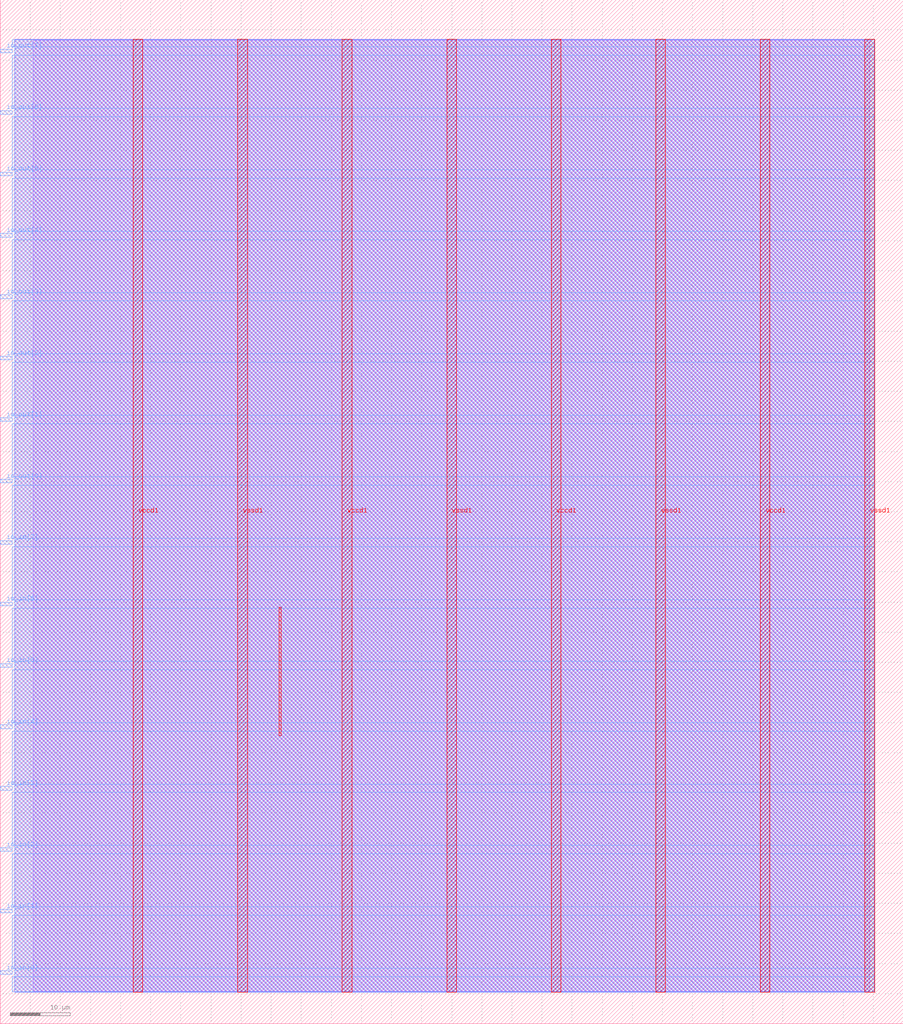
<source format=lef>
VERSION 5.7 ;
  NOWIREEXTENSIONATPIN ON ;
  DIVIDERCHAR "/" ;
  BUSBITCHARS "[]" ;
MACRO moyes0_top_module
  CLASS BLOCK ;
  FOREIGN moyes0_top_module ;
  ORIGIN 0.000 0.000 ;
  SIZE 150.000 BY 170.000 ;
  PIN io_in[0]
    DIRECTION INPUT ;
    USE SIGNAL ;
    PORT
      LAYER met3 ;
        RECT 0.000 8.200 2.000 8.800 ;
    END
  END io_in[0]
  PIN io_in[1]
    DIRECTION INPUT ;
    USE SIGNAL ;
    PORT
      LAYER met3 ;
        RECT 0.000 18.400 2.000 19.000 ;
    END
  END io_in[1]
  PIN io_in[2]
    DIRECTION INPUT ;
    USE SIGNAL ;
    PORT
      LAYER met3 ;
        RECT 0.000 28.600 2.000 29.200 ;
    END
  END io_in[2]
  PIN io_in[3]
    DIRECTION INPUT ;
    USE SIGNAL ;
    PORT
      LAYER met3 ;
        RECT 0.000 38.800 2.000 39.400 ;
    END
  END io_in[3]
  PIN io_in[4]
    DIRECTION INPUT ;
    USE SIGNAL ;
    PORT
      LAYER met3 ;
        RECT 0.000 49.000 2.000 49.600 ;
    END
  END io_in[4]
  PIN io_in[5]
    DIRECTION INPUT ;
    USE SIGNAL ;
    PORT
      LAYER met3 ;
        RECT 0.000 59.200 2.000 59.800 ;
    END
  END io_in[5]
  PIN io_in[6]
    DIRECTION INPUT ;
    USE SIGNAL ;
    PORT
      LAYER met3 ;
        RECT 0.000 69.400 2.000 70.000 ;
    END
  END io_in[6]
  PIN io_in[7]
    DIRECTION INPUT ;
    USE SIGNAL ;
    PORT
      LAYER met3 ;
        RECT 0.000 79.600 2.000 80.200 ;
    END
  END io_in[7]
  PIN io_out[0]
    DIRECTION OUTPUT TRISTATE ;
    USE SIGNAL ;
    PORT
      LAYER met3 ;
        RECT 0.000 89.800 2.000 90.400 ;
    END
  END io_out[0]
  PIN io_out[1]
    DIRECTION OUTPUT TRISTATE ;
    USE SIGNAL ;
    PORT
      LAYER met3 ;
        RECT 0.000 100.000 2.000 100.600 ;
    END
  END io_out[1]
  PIN io_out[2]
    DIRECTION OUTPUT TRISTATE ;
    USE SIGNAL ;
    PORT
      LAYER met3 ;
        RECT 0.000 110.200 2.000 110.800 ;
    END
  END io_out[2]
  PIN io_out[3]
    DIRECTION OUTPUT TRISTATE ;
    USE SIGNAL ;
    PORT
      LAYER met3 ;
        RECT 0.000 120.400 2.000 121.000 ;
    END
  END io_out[3]
  PIN io_out[4]
    DIRECTION OUTPUT TRISTATE ;
    USE SIGNAL ;
    PORT
      LAYER met3 ;
        RECT 0.000 130.600 2.000 131.200 ;
    END
  END io_out[4]
  PIN io_out[5]
    DIRECTION OUTPUT TRISTATE ;
    USE SIGNAL ;
    PORT
      LAYER met3 ;
        RECT 0.000 140.800 2.000 141.400 ;
    END
  END io_out[5]
  PIN io_out[6]
    DIRECTION OUTPUT TRISTATE ;
    USE SIGNAL ;
    PORT
      LAYER met3 ;
        RECT 0.000 151.000 2.000 151.600 ;
    END
  END io_out[6]
  PIN io_out[7]
    DIRECTION OUTPUT TRISTATE ;
    USE SIGNAL ;
    PORT
      LAYER met3 ;
        RECT 0.000 161.200 2.000 161.800 ;
    END
  END io_out[7]
  PIN vccd1
    DIRECTION INOUT ;
    USE POWER ;
    PORT
      LAYER met4 ;
        RECT 22.085 5.200 23.685 163.440 ;
    END
    PORT
      LAYER met4 ;
        RECT 56.815 5.200 58.415 163.440 ;
    END
    PORT
      LAYER met4 ;
        RECT 91.545 5.200 93.145 163.440 ;
    END
    PORT
      LAYER met4 ;
        RECT 126.275 5.200 127.875 163.440 ;
    END
  END vccd1
  PIN vssd1
    DIRECTION INOUT ;
    USE GROUND ;
    PORT
      LAYER met4 ;
        RECT 39.450 5.200 41.050 163.440 ;
    END
    PORT
      LAYER met4 ;
        RECT 74.180 5.200 75.780 163.440 ;
    END
    PORT
      LAYER met4 ;
        RECT 108.910 5.200 110.510 163.440 ;
    END
    PORT
      LAYER met4 ;
        RECT 143.640 5.200 145.240 163.440 ;
    END
  END vssd1
  OBS
      LAYER li1 ;
        RECT 5.520 5.355 144.440 163.285 ;
      LAYER met1 ;
        RECT 2.370 5.200 145.240 163.440 ;
      LAYER met2 ;
        RECT 2.390 5.255 145.210 163.385 ;
      LAYER met3 ;
        RECT 2.000 162.200 145.230 163.365 ;
        RECT 2.400 160.800 145.230 162.200 ;
        RECT 2.000 152.000 145.230 160.800 ;
        RECT 2.400 150.600 145.230 152.000 ;
        RECT 2.000 141.800 145.230 150.600 ;
        RECT 2.400 140.400 145.230 141.800 ;
        RECT 2.000 131.600 145.230 140.400 ;
        RECT 2.400 130.200 145.230 131.600 ;
        RECT 2.000 121.400 145.230 130.200 ;
        RECT 2.400 120.000 145.230 121.400 ;
        RECT 2.000 111.200 145.230 120.000 ;
        RECT 2.400 109.800 145.230 111.200 ;
        RECT 2.000 101.000 145.230 109.800 ;
        RECT 2.400 99.600 145.230 101.000 ;
        RECT 2.000 90.800 145.230 99.600 ;
        RECT 2.400 89.400 145.230 90.800 ;
        RECT 2.000 80.600 145.230 89.400 ;
        RECT 2.400 79.200 145.230 80.600 ;
        RECT 2.000 70.400 145.230 79.200 ;
        RECT 2.400 69.000 145.230 70.400 ;
        RECT 2.000 60.200 145.230 69.000 ;
        RECT 2.400 58.800 145.230 60.200 ;
        RECT 2.000 50.000 145.230 58.800 ;
        RECT 2.400 48.600 145.230 50.000 ;
        RECT 2.000 39.800 145.230 48.600 ;
        RECT 2.400 38.400 145.230 39.800 ;
        RECT 2.000 29.600 145.230 38.400 ;
        RECT 2.400 28.200 145.230 29.600 ;
        RECT 2.000 19.400 145.230 28.200 ;
        RECT 2.400 18.000 145.230 19.400 ;
        RECT 2.000 9.200 145.230 18.000 ;
        RECT 2.400 7.800 145.230 9.200 ;
        RECT 2.000 5.275 145.230 7.800 ;
      LAYER met4 ;
        RECT 46.295 47.775 46.625 69.185 ;
  END
END moyes0_top_module
END LIBRARY


</source>
